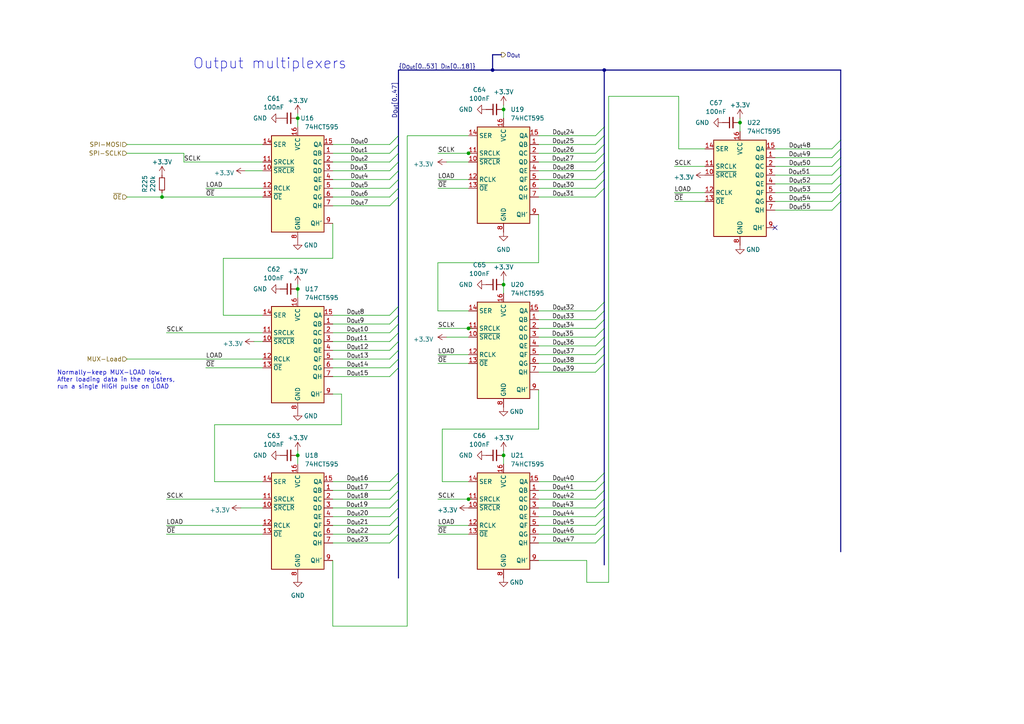
<source format=kicad_sch>
(kicad_sch (version 20230121) (generator eeschema)
  (paper "A4")
  (lib_symbols
    (symbol "74xx:74AHCT595"
      (property "Reference" "U" (at -7.62 13.97 0))
      (property "Value" "74AHCT595" (at -7.62 -16.51 0))
      (symbol "74AHCT595_1_0"
        (pin tri_state line (at 10.16 7.62 180) (length 2.54) (name "QB") (number "1"))
        (pin input line (at -10.16 2.54 0) (length 2.54) (name "~{SRCLR}") (number "10"))
        (pin input line (at -10.16 5.08 0) (length 2.54) (name "SRCLK") (number "11"))
        (pin input line (at -10.16 -2.54 0) (length 2.54) (name "RCLK") (number "12"))
        (pin input line (at -10.16 -5.08 0) (length 2.54) (name "~{OE}") (number "13"))
        (pin input line (at -10.16 10.16 0) (length 2.54) (name "SER") (number "14"))
        (pin tri_state line (at 10.16 10.16 180) (length 2.54) (name "QA") (number "15"))
        (pin power_in line (at 0 15.24 270) (length 2.54) (name "VCC") (number "16"))
        (pin tri_state line (at 10.16 5.08 180) (length 2.54) (name "QC") (number "2"))
        (pin tri_state line (at 10.16 2.54 180) (length 2.54) (name "QD") (number "3"))
        (pin tri_state line (at 10.16 0 180) (length 2.54) (name "QE") (number "4"))
        (pin tri_state line (at 10.16 -2.54 180) (length 2.54) (name "QF") (number "5"))
        (pin tri_state line (at 10.16 -5.08 180) (length 2.54) (name "QG") (number "6"))
        (pin tri_state line (at 10.16 -7.62 180) (length 2.54) (name "QH") (number "7"))
        (pin power_in line (at 0 -17.78 90) (length 2.54) (name "GND") (number "8"))
        (pin output line (at 10.16 -12.7 180) (length 2.54) (name "QH'") (number "9"))
      )
      (symbol "74AHCT595_1_1"
        (rectangle (start -7.62 12.7) (end 7.62 -15.24) (stroke (width 0.254)) (fill (type background)))
      )
    )
    (symbol "Device:C_Small" (pin_numbers hide) (pin_names (offset 0.254) hide)
      (property "Reference" "C" (at 0.254 1.778 0))
      (property "Value" "C_Small" (at 0.254 -2.032 0))
      (symbol "C_Small_0_1"
        (polyline (pts (xy -1.524 -0.508) (xy 1.524 -0.508)) (stroke (width 0.3302)))
        (polyline (pts (xy -1.524 0.508) (xy 1.524 0.508)) (stroke (width 0.3048)))
      )
      (symbol "C_Small_1_1"
        (pin passive line (at 0 2.54 270) (length 2.032) (name "~") (number "1"))
        (pin passive line (at 0 -2.54 90) (length 2.032) (name "~") (number "2"))
      )
    )
    (symbol "Device:R_Small" (pin_numbers hide) (pin_names (offset 0.254) hide)
      (property "Reference" "R" (at 0.762 0.508 0))
      (property "Value" "R_Small" (at 0.762 -1.016 0))
      (symbol "R_Small_0_1"
        (rectangle (start -0.762 1.778) (end 0.762 -1.778) (stroke (width 0.2032)))
      )
      (symbol "R_Small_1_1"
        (pin passive line (at 0 2.54 270) (length 0.762) (name "~") (number "1"))
        (pin passive line (at 0 -2.54 90) (length 0.762) (name "~") (number "2"))
      )
    )
    (symbol "power:+3.3V" (power) (pin_names (offset 0))
      (property "Value" "+3.3V" (at 0 3.556 0))
      (symbol "+3.3V_0_1"
        (polyline (pts (xy -0.762 1.27) (xy 0 2.54)))
        (polyline (pts (xy 0 0) (xy 0 2.54)))
        (polyline (pts (xy 0 2.54) (xy 0.762 1.27)))
      )
      (symbol "+3.3V_1_1"
        (pin power_in line (at 0 0 90) (length 0) hide (name "+3.3V") (number "1"))
      )
    )
    (symbol "power:GND" (power) (pin_names (offset 0))
      (property "Value" "GND" (at 0 -3.81 0))
      (symbol "GND_0_1"
        (polyline (pts (xy 0 0) (xy 0 -1.27) (xy 1.27 -1.27) (xy 0 -2.54) (xy -1.27 -1.27) (xy 0 -1.27)))
      )
      (symbol "GND_1_1"
        (pin power_in line (at 0 0 270) (length 0) hide (name "GND") (number "1"))
      )
    )
  )
  (junction (at 214.63 35.56))
  (junction (at 135.89 44.45))
  (junction (at 46.99 57.15))
  (junction (at 86.36 34.29))
  (junction (at 146.05 132.08))
  (junction (at 146.05 82.55))
  (junction (at 86.36 83.82))
  (junction (at 135.89 95.25))
  (junction (at 135.89 144.78))
  (junction (at 175.26 20.32))
  (junction (at 86.36 132.08))
  (junction (at 142.875 20.32))
  (junction (at 146.05 31.75))
  (no_connect (at 224.79 66.04))
  (bus_entry (at 175.26 137.16) (size -2.54 2.54))
  (bus_entry (at 115.57 41.91) (size -2.54 2.54))
  (bus_entry (at 243.84 58.42) (size -2.54 2.54))
  (bus_entry (at 175.26 49.53) (size -2.54 2.54))
  (bus_entry (at 115.57 52.07) (size -2.54 2.54))
  (bus_entry (at 115.57 54.61) (size -2.54 2.54))
  (bus_entry (at 175.26 154.94) (size -2.54 2.54))
  (bus_entry (at 175.26 90.17) (size -2.54 2.54))
  (bus_entry (at 115.57 139.7) (size -2.54 2.54))
  (bus_entry (at 175.26 87.63) (size -2.54 2.54))
  (bus_entry (at 115.57 144.78) (size -2.54 2.54))
  (bus_entry (at 115.57 154.94) (size -2.54 2.54))
  (bus_entry (at 115.57 104.14) (size -2.54 2.54))
  (bus_entry (at 175.26 44.45) (size -2.54 2.54))
  (bus_entry (at 115.57 44.45) (size -2.54 2.54))
  (bus_entry (at 175.26 36.83) (size -2.54 2.54))
  (bus_entry (at 115.57 149.86) (size -2.54 2.54))
  (bus_entry (at 175.26 105.41) (size -2.54 2.54))
  (bus_entry (at 243.84 40.64) (size -2.54 2.54))
  (bus_entry (at 115.57 101.6) (size -2.54 2.54))
  (bus_entry (at 243.84 50.8) (size -2.54 2.54))
  (bus_entry (at 175.26 102.87) (size -2.54 2.54))
  (bus_entry (at 115.57 142.24) (size -2.54 2.54))
  (bus_entry (at 115.57 137.16) (size -2.54 2.54))
  (bus_entry (at 175.26 139.7) (size -2.54 2.54))
  (bus_entry (at 175.26 147.32) (size -2.54 2.54))
  (bus_entry (at 115.57 57.15) (size -2.54 2.54))
  (bus_entry (at 243.84 45.72) (size -2.54 2.54))
  (bus_entry (at 115.57 46.99) (size -2.54 2.54))
  (bus_entry (at 115.57 152.4) (size -2.54 2.54))
  (bus_entry (at 115.57 96.52) (size -2.54 2.54))
  (bus_entry (at 175.26 97.79) (size -2.54 2.54))
  (bus_entry (at 175.26 100.33) (size -2.54 2.54))
  (bus_entry (at 175.26 144.78) (size -2.54 2.54))
  (bus_entry (at 243.84 53.34) (size -2.54 2.54))
  (bus_entry (at 175.26 46.99) (size -2.54 2.54))
  (bus_entry (at 175.26 54.61) (size -2.54 2.54))
  (bus_entry (at 175.26 52.07) (size -2.54 2.54))
  (bus_entry (at 175.26 92.71) (size -2.54 2.54))
  (bus_entry (at 243.84 55.88) (size -2.54 2.54))
  (bus_entry (at 115.57 106.68) (size -2.54 2.54))
  (bus_entry (at 115.57 93.98) (size -2.54 2.54))
  (bus_entry (at 175.26 142.24) (size -2.54 2.54))
  (bus_entry (at 175.26 41.91) (size -2.54 2.54))
  (bus_entry (at 115.57 99.06) (size -2.54 2.54))
  (bus_entry (at 115.57 91.44) (size -2.54 2.54))
  (bus_entry (at 175.26 149.86) (size -2.54 2.54))
  (bus_entry (at 243.84 48.26) (size -2.54 2.54))
  (bus_entry (at 175.26 95.25) (size -2.54 2.54))
  (bus_entry (at 175.26 39.37) (size -2.54 2.54))
  (bus_entry (at 115.57 49.53) (size -2.54 2.54))
  (bus_entry (at 243.84 43.18) (size -2.54 2.54))
  (bus_entry (at 115.57 88.9) (size -2.54 2.54))
  (bus_entry (at 115.57 39.37) (size -2.54 2.54))
  (bus_entry (at 175.26 152.4) (size -2.54 2.54))
  (bus_entry (at 115.57 147.32) (size -2.54 2.54))
  (bus (pts (xy 115.57 144.78) (xy 115.57 147.32)))
  (bus (pts (xy 175.26 154.94) (xy 175.26 163.83)))
  (wire (pts (xy 156.21 44.45) (xy 172.72 44.45)))
  (wire (pts (xy 156.21 57.15) (xy 172.72 57.15)))
  (wire (pts (xy 62.23 139.7) (xy 62.23 123.19)))
  (wire (pts (xy 96.52 93.98) (xy 113.03 93.98)))
  (wire (pts (xy 127 76.2) (xy 127 90.17)))
  (wire (pts (xy 59.69 54.61) (xy 76.2 54.61)))
  (wire (pts (xy 156.21 90.17) (xy 172.72 90.17)))
  (bus (pts (xy 175.26 139.7) (xy 175.26 142.24)))
  (wire (pts (xy 195.58 55.88) (xy 204.47 55.88)))
  (wire (pts (xy 96.52 44.45) (xy 113.03 44.45)))
  (wire (pts (xy 127 102.87) (xy 135.89 102.87)))
  (wire (pts (xy 224.79 48.26) (xy 241.3 48.26)))
  (wire (pts (xy 156.21 52.07) (xy 172.72 52.07)))
  (wire (pts (xy 86.36 132.08) (xy 86.36 134.62)))
  (wire (pts (xy 86.36 34.29) (xy 86.36 36.83)))
  (wire (pts (xy 156.21 113.03) (xy 156.21 124.46)))
  (wire (pts (xy 170.18 168.91) (xy 176.53 168.91)))
  (bus (pts (xy 175.26 137.16) (xy 175.26 139.7)))
  (wire (pts (xy 96.52 149.86) (xy 113.03 149.86)))
  (wire (pts (xy 128.27 124.46) (xy 128.27 139.7)))
  (bus (pts (xy 115.57 20.32) (xy 142.875 20.32)))
  (bus (pts (xy 175.26 20.32) (xy 175.26 36.83)))
  (wire (pts (xy 127 52.07) (xy 135.89 52.07)))
  (wire (pts (xy 86.36 82.55) (xy 86.36 83.82)))
  (wire (pts (xy 146.05 130.81) (xy 146.05 132.08)))
  (bus (pts (xy 175.26 54.61) (xy 175.26 87.63)))
  (wire (pts (xy 62.23 123.19) (xy 99.06 123.19)))
  (wire (pts (xy 156.21 95.25) (xy 172.72 95.25)))
  (wire (pts (xy 48.26 96.52) (xy 76.2 96.52)))
  (bus (pts (xy 115.57 57.15) (xy 115.57 88.9)))
  (wire (pts (xy 36.83 41.91) (xy 76.2 41.91)))
  (wire (pts (xy 156.21 76.2) (xy 127 76.2)))
  (wire (pts (xy 214.63 34.29) (xy 214.63 35.56)))
  (wire (pts (xy 137.16 44.45) (xy 135.89 44.45)))
  (wire (pts (xy 127 105.41) (xy 135.89 105.41)))
  (wire (pts (xy 156.21 142.24) (xy 172.72 142.24)))
  (wire (pts (xy 96.52 96.52) (xy 113.03 96.52)))
  (wire (pts (xy 156.21 157.48) (xy 172.72 157.48)))
  (bus (pts (xy 175.26 46.99) (xy 175.26 49.53)))
  (bus (pts (xy 175.26 20.32) (xy 243.84 20.32)))
  (wire (pts (xy 96.52 74.93) (xy 64.77 74.93)))
  (wire (pts (xy 96.52 54.61) (xy 113.03 54.61)))
  (wire (pts (xy 156.21 39.37) (xy 172.72 39.37)))
  (wire (pts (xy 224.79 45.72) (xy 241.3 45.72)))
  (wire (pts (xy 128.27 139.7) (xy 135.89 139.7)))
  (wire (pts (xy 146.05 30.48) (xy 146.05 31.75)))
  (bus (pts (xy 115.57 52.07) (xy 115.57 54.61)))
  (wire (pts (xy 99.06 114.3) (xy 96.52 114.3)))
  (bus (pts (xy 115.57 96.52) (xy 115.57 99.06)))
  (bus (pts (xy 175.26 44.45) (xy 175.26 46.99)))
  (wire (pts (xy 137.16 95.25) (xy 135.89 95.25)))
  (wire (pts (xy 96.52 152.4) (xy 113.03 152.4)))
  (bus (pts (xy 175.26 90.17) (xy 175.26 92.71)))
  (wire (pts (xy 127 90.17) (xy 135.89 90.17)))
  (wire (pts (xy 96.52 104.14) (xy 113.03 104.14)))
  (wire (pts (xy 176.53 27.94) (xy 196.85 27.94)))
  (wire (pts (xy 46.99 57.15) (xy 76.2 57.15)))
  (wire (pts (xy 176.53 168.91) (xy 176.53 27.94)))
  (wire (pts (xy 69.85 147.32) (xy 76.2 147.32)))
  (wire (pts (xy 224.79 53.34) (xy 241.3 53.34)))
  (wire (pts (xy 156.21 46.99) (xy 172.72 46.99)))
  (bus (pts (xy 115.57 41.91) (xy 115.57 44.45)))
  (wire (pts (xy 59.69 106.68) (xy 76.2 106.68)))
  (wire (pts (xy 156.21 144.78) (xy 172.72 144.78)))
  (wire (pts (xy 118.11 39.37) (xy 135.89 39.37)))
  (wire (pts (xy 170.18 162.56) (xy 170.18 168.91)))
  (bus (pts (xy 175.26 41.91) (xy 175.26 44.45)))
  (wire (pts (xy 195.58 48.26) (xy 204.47 48.26)))
  (wire (pts (xy 156.21 97.79) (xy 172.72 97.79)))
  (wire (pts (xy 53.34 44.45) (xy 53.34 46.99)))
  (wire (pts (xy 156.21 49.53) (xy 172.72 49.53)))
  (wire (pts (xy 71.12 49.53) (xy 76.2 49.53)))
  (bus (pts (xy 175.26 100.33) (xy 175.26 102.87)))
  (wire (pts (xy 127 44.45) (xy 135.89 44.45)))
  (wire (pts (xy 96.52 181.61) (xy 118.11 181.61)))
  (wire (pts (xy 146.05 132.08) (xy 146.05 134.62)))
  (bus (pts (xy 175.26 97.79) (xy 175.26 100.33)))
  (wire (pts (xy 96.52 109.22) (xy 113.03 109.22)))
  (wire (pts (xy 96.52 64.77) (xy 96.52 74.93)))
  (wire (pts (xy 96.52 106.68) (xy 113.03 106.68)))
  (wire (pts (xy 127 54.61) (xy 135.89 54.61)))
  (bus (pts (xy 175.26 87.63) (xy 175.26 90.17)))
  (wire (pts (xy 224.79 50.8) (xy 241.3 50.8)))
  (bus (pts (xy 243.84 53.34) (xy 243.84 55.88)))
  (bus (pts (xy 115.57 149.86) (xy 115.57 152.4)))
  (bus (pts (xy 243.84 45.72) (xy 243.84 48.26)))
  (wire (pts (xy 156.21 41.91) (xy 172.72 41.91)))
  (wire (pts (xy 96.52 41.91) (xy 113.03 41.91)))
  (wire (pts (xy 96.52 157.48) (xy 113.03 157.48)))
  (bus (pts (xy 243.84 20.32) (xy 243.84 40.64)))
  (bus (pts (xy 175.26 36.83) (xy 175.26 39.37)))
  (wire (pts (xy 224.79 60.96) (xy 241.3 60.96)))
  (wire (pts (xy 96.52 147.32) (xy 113.03 147.32)))
  (wire (pts (xy 196.85 43.18) (xy 204.47 43.18)))
  (wire (pts (xy 195.58 58.42) (xy 204.47 58.42)))
  (bus (pts (xy 115.57 49.53) (xy 115.57 52.07)))
  (bus (pts (xy 115.57 152.4) (xy 115.57 154.94)))
  (bus (pts (xy 115.57 39.37) (xy 115.57 41.91)))
  (wire (pts (xy 156.21 54.61) (xy 172.72 54.61)))
  (wire (pts (xy 156.21 162.56) (xy 170.18 162.56)))
  (bus (pts (xy 142.875 20.32) (xy 142.875 15.875)))
  (wire (pts (xy 96.52 142.24) (xy 113.03 142.24)))
  (wire (pts (xy 214.63 35.56) (xy 214.63 38.1)))
  (bus (pts (xy 175.26 52.07) (xy 175.26 54.61)))
  (wire (pts (xy 156.21 107.95) (xy 172.72 107.95)))
  (bus (pts (xy 115.57 54.61) (xy 115.57 57.15)))
  (wire (pts (xy 48.26 152.4) (xy 76.2 152.4)))
  (wire (pts (xy 96.52 52.07) (xy 113.03 52.07)))
  (bus (pts (xy 175.26 149.86) (xy 175.26 152.4)))
  (wire (pts (xy 196.85 27.94) (xy 196.85 43.18)))
  (wire (pts (xy 156.21 154.94) (xy 172.72 154.94)))
  (bus (pts (xy 175.26 152.4) (xy 175.26 154.94)))
  (wire (pts (xy 96.52 162.56) (xy 96.52 181.61)))
  (wire (pts (xy 96.52 91.44) (xy 113.03 91.44)))
  (wire (pts (xy 146.05 81.28) (xy 146.05 82.55)))
  (wire (pts (xy 99.06 123.19) (xy 99.06 114.3)))
  (wire (pts (xy 156.21 100.33) (xy 172.72 100.33)))
  (wire (pts (xy 127 152.4) (xy 135.89 152.4)))
  (wire (pts (xy 127 95.25) (xy 135.89 95.25)))
  (bus (pts (xy 175.26 147.32) (xy 175.26 149.86)))
  (bus (pts (xy 175.26 92.71) (xy 175.26 95.25)))
  (wire (pts (xy 96.52 139.7) (xy 113.03 139.7)))
  (wire (pts (xy 86.36 130.81) (xy 86.36 132.08)))
  (wire (pts (xy 156.21 139.7) (xy 172.72 139.7)))
  (bus (pts (xy 175.26 39.37) (xy 175.26 41.91)))
  (bus (pts (xy 175.26 95.25) (xy 175.26 97.79)))
  (wire (pts (xy 156.21 149.86) (xy 172.72 149.86)))
  (wire (pts (xy 146.05 82.55) (xy 146.05 85.09)))
  (bus (pts (xy 243.84 48.26) (xy 243.84 50.8)))
  (bus (pts (xy 115.57 104.14) (xy 115.57 106.68)))
  (wire (pts (xy 36.83 57.15) (xy 46.99 57.15)))
  (wire (pts (xy 127 154.94) (xy 135.89 154.94)))
  (bus (pts (xy 115.57 93.98) (xy 115.57 96.52)))
  (wire (pts (xy 146.05 31.75) (xy 146.05 34.29)))
  (wire (pts (xy 64.77 74.93) (xy 64.77 91.44)))
  (wire (pts (xy 156.21 147.32) (xy 172.72 147.32)))
  (bus (pts (xy 115.57 46.99) (xy 115.57 49.53)))
  (bus (pts (xy 175.26 105.41) (xy 175.26 137.16)))
  (wire (pts (xy 137.16 144.78) (xy 135.89 144.78)))
  (wire (pts (xy 224.79 58.42) (xy 241.3 58.42)))
  (wire (pts (xy 86.36 83.82) (xy 86.36 86.36)))
  (bus (pts (xy 115.57 139.7) (xy 115.57 142.24)))
  (wire (pts (xy 64.77 91.44) (xy 76.2 91.44)))
  (wire (pts (xy 129.54 46.99) (xy 135.89 46.99)))
  (bus (pts (xy 115.57 142.24) (xy 115.57 144.78)))
  (wire (pts (xy 96.52 46.99) (xy 113.03 46.99)))
  (bus (pts (xy 175.26 49.53) (xy 175.26 52.07)))
  (wire (pts (xy 156.21 124.46) (xy 128.27 124.46)))
  (wire (pts (xy 96.52 144.78) (xy 113.03 144.78)))
  (wire (pts (xy 96.52 59.69) (xy 113.03 59.69)))
  (wire (pts (xy 156.21 102.87) (xy 172.72 102.87)))
  (bus (pts (xy 175.26 102.87) (xy 175.26 105.41)))
  (wire (pts (xy 48.26 144.78) (xy 76.2 144.78)))
  (bus (pts (xy 115.57 154.94) (xy 115.57 167.64)))
  (wire (pts (xy 73.66 99.06) (xy 76.2 99.06)))
  (bus (pts (xy 175.26 142.24) (xy 175.26 144.78)))
  (bus (pts (xy 115.57 101.6) (xy 115.57 104.14)))
  (wire (pts (xy 156.21 105.41) (xy 172.72 105.41)))
  (wire (pts (xy 76.2 139.7) (xy 62.23 139.7)))
  (bus (pts (xy 115.57 137.16) (xy 115.57 139.7)))
  (wire (pts (xy 48.26 154.94) (xy 76.2 154.94)))
  (bus (pts (xy 243.84 58.42) (xy 243.84 160.02)))
  (wire (pts (xy 96.52 57.15) (xy 113.03 57.15)))
  (bus (pts (xy 115.57 147.32) (xy 115.57 149.86)))
  (bus (pts (xy 115.57 91.44) (xy 115.57 93.98)))
  (wire (pts (xy 53.34 46.99) (xy 76.2 46.99)))
  (wire (pts (xy 36.83 104.14) (xy 76.2 104.14)))
  (bus (pts (xy 115.57 106.68) (xy 115.57 137.16)))
  (bus (pts (xy 115.57 44.45) (xy 115.57 46.99)))
  (wire (pts (xy 224.79 43.18) (xy 241.3 43.18)))
  (wire (pts (xy 96.52 49.53) (xy 113.03 49.53)))
  (wire (pts (xy 156.21 152.4) (xy 172.72 152.4)))
  (wire (pts (xy 127 144.78) (xy 135.89 144.78)))
  (wire (pts (xy 129.54 97.79) (xy 135.89 97.79)))
  (bus (pts (xy 243.84 50.8) (xy 243.84 53.34)))
  (bus (pts (xy 243.84 55.88) (xy 243.84 58.42)))
  (wire (pts (xy 96.52 154.94) (xy 113.03 154.94)))
  (wire (pts (xy 96.52 99.06) (xy 113.03 99.06)))
  (bus (pts (xy 115.57 88.9) (xy 115.57 91.44)))
  (bus (pts (xy 142.875 15.875) (xy 145.415 15.875)))
  (wire (pts (xy 156.21 92.71) (xy 172.72 92.71)))
  (wire (pts (xy 156.21 62.23) (xy 156.21 76.2)))
  (bus (pts (xy 115.57 99.06) (xy 115.57 101.6)))
  (wire (pts (xy 96.52 101.6) (xy 113.03 101.6)))
  (bus (pts (xy 142.875 20.32) (xy 175.26 20.32)))
  (wire (pts (xy 46.99 55.88) (xy 46.99 57.15)))
  (bus (pts (xy 243.84 40.64) (xy 243.84 43.18)))
  (bus (pts (xy 115.57 20.32) (xy 115.57 39.37)))
  (bus (pts (xy 175.26 144.78) (xy 175.26 147.32)))
  (wire (pts (xy 118.11 181.61) (xy 118.11 39.37)))
  (wire (pts (xy 224.79 55.88) (xy 241.3 55.88)))
  (wire (pts (xy 36.83 44.45) (xy 53.34 44.45)))
  (wire (pts (xy 86.36 33.02) (xy 86.36 34.29)))
  (bus (pts (xy 243.84 43.18) (xy 243.84 45.72)))
  (text "Normally-keep MUX-LOAD low.\nAfter loading data in the registers,\nrun a single HIGH pulse on LOAD" (at 16.51 113.03 0) (effects (font (size 1.27 1.27)) (justify left bottom)))
  (text "Output multiplexers" (at 55.88 20.32 0) (effects (font (size 3 3)) (justify left bottom)))
  (label "SCLK" (at 53.34 46.99 0))
  (label "SCLK" (at 48.26 144.78 0))
  (label "D_{Out}3" (at 101.4559 49.53 0))
  (label "D_{Out}19" (at 100.33 147.32 0))
  (label "~{OE}" (at 48.26 154.94 0))
  (label "~{OE}" (at 195.58 58.42 0))
  (label "D_{Out}37" (at 160.1641 102.87 0))
  (label "D_{Out}46" (at 160.1641 154.94 0))
  (label "LOAD" (at 127 52.07 0))
  (label "D_{Out}33" (at 160.1201 92.71 0))
  (label "D_{Out}13" (at 100.4741 104.14 0))
  (label "D_{Out}34" (at 160.1641 95.25 0))
  (label "D_{Out}14" (at 100.4741 106.68 0))
  (label "D_{Out}48" (at 228.7441 43.18 0))
  (label "D_{Out}9" (at 100.4301 93.98 0))
  (label "LOAD" (at 127 102.87 0))
  (label "SCLK" (at 48.26 96.52 0))
  (label "D_{Out}30" (at 160.1641 54.61 0))
  (label "D_{Out}32" (at 160.1641 90.17 0))
  (label "D_{Out}16" (at 100.4741 139.7 0))
  (label "D_{Out}18" (at 100.4741 144.78 0))
  (label "D_{Out}36" (at 160.1641 100.33 0))
  (label "SCLK" (at 127 44.45 0))
  (label "D_{Out}39" (at 160.1641 107.95 0))
  (label "SCLK" (at 127 144.78 0))
  (label "D_{Out}31" (at 160.1641 57.15 0))
  (label "D_{Out}7" (at 101.6 59.69 0))
  (label "D_{Out}55" (at 228.7441 60.96 0))
  (label "D_{Out}21" (at 100.4741 152.4 0))
  (label "D_{Out}4" (at 101.6 52.07 0))
  (label "{D_{Out}[0..53] D_{In}[0..18]}" (at 115.57 20.32 0))
  (label "LOAD" (at 127 152.4 0))
  (label "D_{Out}50" (at 228.7441 48.26 0))
  (label "D_{Out}[0..47]" (at 115.57 34.29 90))
  (label "D_{Out}10" (at 100.4741 96.52 0))
  (label "D_{Out}53" (at 228.7441 55.88 0))
  (label "D_{Out}25" (at 160.1201 41.91 0))
  (label "D_{Out}5" (at 101.6 54.61 0))
  (label "D_{Out}1" (at 101.556 44.45 0))
  (label "LOAD" (at 59.69 104.14 0))
  (label "~{OE}" (at 127 105.41 0))
  (label "D_{Out}26" (at 160.1641 44.45 0))
  (label "D_{Out}8" (at 100.4741 91.44 0))
  (label "D_{Out}12" (at 100.4741 101.6 0))
  (label "D_{Out}15" (at 100.4741 109.22 0))
  (label "D_{Out}49" (at 228.7001 45.72 0))
  (label "D_{Out}11" (at 100.33 99.06 0))
  (label "D_{Out}23" (at 100.4741 157.48 0))
  (label "LOAD" (at 48.26 152.4 0))
  (label "D_{Out}47" (at 160.1641 157.48 0))
  (label "~{OE}" (at 59.69 106.68 0))
  (label "D_{Out}52" (at 228.7441 53.34 0))
  (label "D_{Out}22" (at 100.4741 154.94 0))
  (label "D_{Out}42" (at 160.1641 144.78 0))
  (label "~{OE}" (at 59.69 57.15 0))
  (label "D_{Out}0" (at 101.6 41.91 0))
  (label "LOAD" (at 195.58 55.88 0))
  (label "D_{Out}51" (at 228.6 50.8 0))
  (label "D_{Out}29" (at 160.1641 52.07 0))
  (label "D_{Out}45" (at 160.1641 152.4 0))
  (label "D_{Out}27" (at 160.02 46.99 0))
  (label "D_{Out}40" (at 160.1641 139.7 0))
  (label "D_{Out}17" (at 100.4301 142.24 0))
  (label "D_{Out}20" (at 100.4741 149.86 0))
  (label "D_{Out}24" (at 160.1641 39.37 0))
  (label "SCLK" (at 195.58 48.26 0))
  (label "D_{Out}43" (at 160.02 147.32 0))
  (label "D_{Out}6" (at 101.6 57.15 0))
  (label "~{OE}" (at 127 154.94 0))
  (label "D_{Out}2" (at 101.6 46.99 0))
  (label "D_{Out}28" (at 160.1641 49.53 0))
  (label "D_{Out}44" (at 160.1641 149.86 0))
  (label "SCLK" (at 127 95.25 0))
  (label "D_{Out}35" (at 160.02 97.79 0))
  (label "D_{Out}41" (at 160.1201 142.24 0))
  (label "D_{Out}38" (at 160.1641 105.41 0))
  (label "LOAD" (at 59.69 54.61 0))
  (label "D_{Out}54" (at 228.7441 58.42 0))
  (label "~{OE}" (at 127 54.61 0))
  (hierarchical_label "MUX-Load" (shape input) (at 36.83 104.14 180))
  (hierarchical_label "SPI-SCLK" (shape input) (at 36.83 44.45 180))
  (hierarchical_label "SPI-MOSI" (shape input) (at 36.83 41.91 180))
  (hierarchical_label "~{OE}" (shape input) (at 36.83 57.15 180))
  (hierarchical_label "D_{Out}" (shape output) (at 145.415 15.875 0))
  (symbol (lib_id "power:GND") (at 86.36 167.64 0) (unit 1)
    (property "Reference" "#PWR0234" (effects hide))
    (property "Value" "GND" (at 86.36 172.72 0))
  )
  (symbol (lib_id "74xx:74AHCT595") (at 86.36 149.86 0) (unit 1)
    (property "Reference" "U18" (at 88.3794 132.08 0) (effects (justify left)))
    (property "Value" "74HCT595" (at 88.3794 134.62 0) (effects (justify left)))
    (property "Footprint" "Package_SO:TSSOP-16_4.4x5mm_P0.65mm" (effects hide))
    (property "Datasheet" "https://assets.nexperia.com/documents/data-sheet/74AHC_AHCT595.pdf" (effects hide))
    (property "MPN" "AiP74HC595TA16.TR" (effects hide))
  )
  (symbol (lib_id "74xx:74AHCT595") (at 86.36 101.6 0) (unit 1)
    (property "Reference" "U17" (at 88.3794 83.82 0) (effects (justify left)))
    (property "Value" "74HCT595" (at 88.3794 86.36 0) (effects (justify left)))
    (property "Footprint" "Package_SO:TSSOP-16_4.4x5mm_P0.65mm" (effects hide))
    (property "Datasheet" "https://assets.nexperia.com/documents/data-sheet/74AHC_AHCT595.pdf" (effects hide))
    (property "MPN" "AiP74HC595TA16.TR" (effects hide))
  )
  (symbol (lib_id "74xx:74AHCT595") (at 146.05 149.86 0) (unit 1)
    (property "Reference" "U21" (at 148.0694 132.08 0) (effects (justify left)))
    (property "Value" "74HCT595" (at 148.0694 134.62 0) (effects (justify left)))
    (property "Footprint" "Package_SO:TSSOP-16_4.4x5mm_P0.65mm" (effects hide))
    (property "Datasheet" "https://assets.nexperia.com/documents/data-sheet/74AHC_AHCT595.pdf" (effects hide))
    (property "MPN" "AiP74HC595TA16.TR" (effects hide))
  )
  (symbol (lib_id "74xx:74AHCT595") (at 146.05 49.53 0) (unit 1)
    (property "Reference" "U19" (at 148.0694 31.75 0) (effects (justify left)))
    (property "Value" "74HCT595" (at 148.0694 34.29 0) (effects (justify left)))
    (property "Footprint" "Package_SO:TSSOP-16_4.4x5mm_P0.65mm" (effects hide))
    (property "Datasheet" "https://assets.nexperia.com/documents/data-sheet/74AHC_AHCT595.pdf" (effects hide))
    (property "MPN" "AiP74HC595TA16.TR" (effects hide))
  )
  (symbol (lib_id "power:+3.3V") (at 129.54 97.79 90) (unit 1)
    (property "Reference" "#PWR0236" (effects hide))
    (property "Value" "+3.3V" (at 125.73 98.425 90) (effects (justify left)))
  )
  (symbol (lib_id "power:GND") (at 146.05 118.11 0) (unit 1)
    (property "Reference" "#PWR0244" (effects hide))
    (property "Value" "GND" (at 149.86 119.38 0))
  )
  (symbol (lib_id "74xx:74AHCT595") (at 86.36 52.07 0) (unit 1)
    (property "Reference" "U16" (at 87.1094 34.29 0) (effects (justify left)))
    (property "Value" "74HCT595" (at 88.3794 36.83 0) (effects (justify left)))
    (property "Footprint" "Package_SO:TSSOP-16_4.4x5mm_P0.65mm" (effects hide))
    (property "Datasheet" "https://assets.nexperia.com/documents/data-sheet/74AHC_AHCT595.pdf" (effects hide))
    (property "MPN" "AiP74HC595TA16.TR" (effects hide))
  )
  (symbol (lib_id "power:GND") (at 140.97 82.55 270) (unit 1)
    (property "Reference" "#PWR0239" (effects hide))
    (property "Value" "GND" (at 137.16 82.5499 90) (effects (justify right)))
  )
  (symbol (lib_id "power:GND") (at 81.28 83.82 270) (unit 1)
    (property "Reference" "#PWR0227" (effects hide))
    (property "Value" "GND" (at 77.47 83.8199 90) (effects (justify right)))
  )
  (symbol (lib_id "power:+3.3V") (at 86.36 33.02 0) (unit 1)
    (property "Reference" "#PWR0229" (effects hide))
    (property "Value" "+3.3V" (at 86.36 29.21 0))
  )
  (symbol (lib_id "Device:R_Small") (at 46.99 53.34 0) (unit 1)
    (property "Reference" "R225" (at 42.0116 53.34 90))
    (property "Value" "220k" (at 44.323 53.34 90))
    (property "Footprint" "Resistor_SMD:R_0603_1608Metric" (effects hide))
  )
  (symbol (lib_id "Device:C_Small") (at 212.09 35.56 90) (unit 1)
    (property "Reference" "C67" (at 207.645 29.845 90))
    (property "Value" "100nF" (at 207.645 32.385 90))
    (property "Footprint" "Capacitor_SMD:C_0603_1608Metric" (effects hide))
    (property "MPN" "CL10B104KB8NNWC" (effects hide))
    (property "MPNA1" "CL10B104KB8NNNC" (effects hide))
  )
  (symbol (lib_id "power:GND") (at 140.97 132.08 270) (unit 1)
    (property "Reference" "#PWR0240" (effects hide))
    (property "Value" "GND" (at 137.16 132.0799 90) (effects (justify right)))
  )
  (symbol (lib_id "power:GND") (at 81.28 34.29 270) (unit 1)
    (property "Reference" "#PWR0226" (effects hide))
    (property "Value" "GND" (at 77.47 34.2899 90) (effects (justify right)))
  )
  (symbol (lib_id "power:+3.3V") (at 129.54 46.99 90) (unit 1)
    (property "Reference" "#PWR0235" (effects hide))
    (property "Value" "+3.3V" (at 125.73 47.625 90) (effects (justify left)))
  )
  (symbol (lib_id "power:+3.3V") (at 73.66 99.06 90) (unit 1)
    (property "Reference" "#PWR0225" (effects hide))
    (property "Value" "+3.3V" (at 70.485 99.695 90) (effects (justify left)))
  )
  (symbol (lib_id "power:GND") (at 214.63 71.12 0) (unit 1)
    (property "Reference" "#PWR0250" (effects hide))
    (property "Value" "GND" (at 218.44 72.39 0))
  )
  (symbol (lib_id "power:GND") (at 81.28 132.08 270) (unit 1)
    (property "Reference" "#PWR0228" (effects hide))
    (property "Value" "GND" (at 77.47 132.0799 90) (effects (justify right)))
  )
  (symbol (lib_id "Device:C_Small") (at 83.82 132.08 90) (unit 1)
    (property "Reference" "C63" (at 79.375 126.365 90))
    (property "Value" "100nF" (at 79.375 128.905 90))
    (property "Footprint" "Capacitor_SMD:C_0603_1608Metric" (effects hide))
    (property "MPN" "CL10B104KB8NNWC" (effects hide))
    (property "MPNA1" "CL10B104KB8NNNC" (effects hide))
  )
  (symbol (lib_id "power:+3.3V") (at 214.63 34.29 0) (unit 1)
    (property "Reference" "#PWR0249" (effects hide))
    (property "Value" "+3.3V" (at 214.63 30.48 0))
  )
  (symbol (lib_id "power:+3.3V") (at 86.36 82.55 0) (unit 1)
    (property "Reference" "#PWR0231" (effects hide))
    (property "Value" "+3.3V" (at 86.36 78.74 0))
  )
  (symbol (lib_id "power:+3.3V") (at 71.12 49.53 90) (unit 1)
    (property "Reference" "#PWR0224" (effects hide))
    (property "Value" "+3.3V" (at 67.945 50.165 90) (effects (justify left)))
  )
  (symbol (lib_id "power:GND") (at 86.36 119.38 0) (unit 1)
    (property "Reference" "#PWR0232" (effects hide))
    (property "Value" "GND" (at 90.17 120.65 0))
  )
  (symbol (lib_id "power:GND") (at 146.05 167.64 0) (unit 1)
    (property "Reference" "#PWR0246" (effects hide))
    (property "Value" "GND" (at 149.86 168.91 0))
  )
  (symbol (lib_id "power:+3.3V") (at 86.36 130.81 0) (unit 1)
    (property "Reference" "#PWR0233" (effects hide))
    (property "Value" "+3.3V" (at 86.36 127 0))
  )
  (symbol (lib_id "Device:C_Small") (at 143.51 132.08 90) (unit 1)
    (property "Reference" "C66" (at 139.065 126.365 90))
    (property "Value" "100nF" (at 139.065 128.905 90))
    (property "Footprint" "Capacitor_SMD:C_0603_1608Metric" (effects hide))
    (property "MPN" "CL10B104KB8NNWC" (effects hide))
    (property "MPNA1" "CL10B104KB8NNNC" (effects hide))
  )
  (symbol (lib_id "74xx:74AHCT595") (at 214.63 53.34 0) (unit 1)
    (property "Reference" "U22" (at 216.6494 35.56 0) (effects (justify left)))
    (property "Value" "74HCT595" (at 216.6494 38.1 0) (effects (justify left)))
    (property "Footprint" "Package_SO:TSSOP-16_4.4x5mm_P0.65mm" (effects hide))
    (property "Datasheet" "https://assets.nexperia.com/documents/data-sheet/74AHC_AHCT595.pdf" (effects hide))
    (property "MPN" "AiP74HC595TA16.TR" (effects hide))
  )
  (symbol (lib_id "power:+3.3V") (at 46.99 50.8 0) (unit 1)
    (property "Reference" "#PWR0222" (effects hide))
    (property "Value" "+3.3V" (at 46.99 46.99 0))
  )
  (symbol (lib_id "power:+3.3V") (at 146.05 81.28 0) (unit 1)
    (property "Reference" "#PWR0243" (effects hide))
    (property "Value" "+3.3V" (at 146.05 77.47 0))
  )
  (symbol (lib_id "power:+3.3V") (at 204.47 50.8 90) (unit 1)
    (property "Reference" "#PWR0247" (effects hide))
    (property "Value" "+3.3V" (at 201.295 51.435 90) (effects (justify left)))
  )
  (symbol (lib_id "Device:C_Small") (at 83.82 83.82 90) (unit 1)
    (property "Reference" "C62" (at 79.375 78.105 90))
    (property "Value" "100nF" (at 79.375 80.645 90))
    (property "Footprint" "Capacitor_SMD:C_0603_1608Metric" (effects hide))
    (property "MPN" "CL10B104KB8NNWC" (effects hide))
    (property "MPNA1" "CL10B104KB8NNNC" (effects hide))
  )
  (symbol (lib_id "Device:C_Small") (at 83.82 34.29 90) (unit 1)
    (property "Reference" "C61" (at 79.375 28.575 90))
    (property "Value" "100nF" (at 79.375 31.115 90))
    (property "Footprint" "Capacitor_SMD:C_0603_1608Metric" (effects hide))
    (property "MPN" "CL10B104KB8NNWC" (effects hide))
    (property "MPNA1" "CL10B104KB8NNNC" (effects hide))
  )
  (symbol (lib_id "Device:C_Small") (at 143.51 31.75 90) (unit 1)
    (property "Reference" "C64" (at 139.065 26.035 90))
    (property "Value" "100nF" (at 139.065 28.575 90))
    (property "Footprint" "Capacitor_SMD:C_0603_1608Metric" (effects hide))
    (property "MPN" "CL10B104KB8NNWC" (effects hide))
    (property "MPNA1" "CL10B104KB8NNNC" (effects hide))
  )
  (symbol (lib_id "power:GND") (at 86.36 69.85 0) (unit 1)
    (property "Reference" "#PWR0230" (effects hide))
    (property "Value" "GND" (at 90.17 71.12 0))
  )
  (symbol (lib_id "Device:C_Small") (at 143.51 82.55 90) (unit 1)
    (property "Reference" "C65" (at 139.065 76.835 90))
    (property "Value" "100nF" (at 139.065 79.375 90))
    (property "Footprint" "Capacitor_SMD:C_0603_1608Metric" (effects hide))
    (property "MPN" "CL10B104KB8NNWC" (effects hide))
    (property "MPNA1" "CL10B104KB8NNNC" (effects hide))
  )
  (symbol (lib_id "74xx:74AHCT595") (at 146.05 100.33 0) (unit 1)
    (property "Reference" "U20" (at 148.0694 82.55 0) (effects (justify left)))
    (property "Value" "74HCT595" (at 148.0694 85.09 0) (effects (justify left)))
    (property "Footprint" "Package_SO:TSSOP-16_4.4x5mm_P0.65mm" (effects hide))
    (property "Datasheet" "https://assets.nexperia.com/documents/data-sheet/74AHC_AHCT595.pdf" (effects hide))
    (property "MPN" "AiP74HC595TA16.TR" (effects hide))
  )
  (symbol (lib_id "power:+3.3V") (at 135.89 147.32 90) (unit 1)
    (property "Reference" "#PWR0237" (effects hide))
    (property "Value" "+3.3V" (at 132.715 147.955 90) (effects (justify left)))
  )
  (symbol (lib_id "power:+3.3V") (at 146.05 130.81 0) (unit 1)
    (property "Reference" "#PWR0245" (effects hide))
    (property "Value" "+3.3V" (at 146.05 127 0))
  )
  (symbol (lib_id "power:+3.3V") (at 69.85 147.32 90) (unit 1)
    (property "Reference" "#PWR0223" (effects hide))
    (property "Value" "+3.3V" (at 66.675 147.955 90) (effects (justify left)))
  )
  (symbol (lib_id "power:GND") (at 146.05 67.31 0) (unit 1)
    (property "Reference" "#PWR0242" (effects hide))
    (property "Value" "GND" (at 146.05 72.39 0))
  )
  (symbol (lib_id "power:GND") (at 140.97 31.75 270) (unit 1)
    (property "Reference" "#PWR0238" (effects hide))
    (property "Value" "GND" (at 137.16 31.7499 90) (effects (justify right)))
  )
  (symbol (lib_id "power:GND") (at 209.55 35.56 270) (unit 1)
    (property "Reference" "#PWR0248" (effects hide))
    (property "Value" "GND" (at 205.74 35.5599 90) (effects (justify right)))
  )
  (symbol (lib_id "power:+3.3V") (at 146.05 30.48 0) (unit 1)
    (property "Reference" "#PWR0241" (effects hide))
    (property "Value" "+3.3V" (at 146.05 26.67 0))
  )
)
</source>
